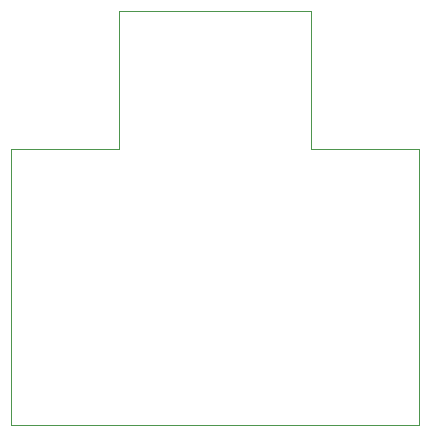
<source format=gbr>
%TF.GenerationSoftware,KiCad,Pcbnew,(6.0.6-0)*%
%TF.CreationDate,2022-10-23T05:24:34+09:00*%
%TF.ProjectId,KU88,4b553838-2e6b-4696-9361-645f70636258,rev?*%
%TF.SameCoordinates,Original*%
%TF.FileFunction,Profile,NP*%
%FSLAX46Y46*%
G04 Gerber Fmt 4.6, Leading zero omitted, Abs format (unit mm)*
G04 Created by KiCad (PCBNEW (6.0.6-0)) date 2022-10-23 05:24:34*
%MOMM*%
%LPD*%
G01*
G04 APERTURE LIST*
%TA.AperFunction,Profile*%
%ADD10C,0.100000*%
%TD*%
G04 APERTURE END LIST*
D10*
X106680000Y-127000000D02*
X97536000Y-127000000D01*
X106680000Y-115316000D02*
X106680000Y-127000000D01*
X122936000Y-127000000D02*
X132080000Y-127000000D01*
X122936000Y-115316000D02*
X122936000Y-127000000D01*
X132080000Y-127000000D02*
X132080000Y-150368000D01*
X106680000Y-115316000D02*
X122936000Y-115316000D01*
X97536000Y-150368000D02*
X97536000Y-127000000D01*
X132080000Y-150368000D02*
X97536000Y-150368000D01*
M02*

</source>
